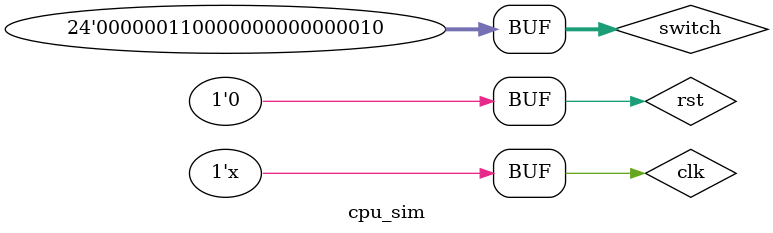
<source format=v>
`timescale 1ns / 1ps


module cpu_sim(

    );
    reg clk;
    reg rst;
    reg [23:0]switch;
    wire [23:0]led;
    
    
    wire[31:0]Add_Result;
    wire[31:0]Sign_extend;
    wire [31:0]PC;
    wire[31:0]Next_PC;
    wire Zero;
    wire [31:0]write_data;
    wire[31:0]ALU_Result;
    wire[31:0]Read_data_2;
    wire IOWrite;
    wire [31:0]Instruction;
    
    
    
    wire [7:0] DIG;
    wire  [7:0] Y;
    cpu ucpu(clk,rst,switch,led,DIG,Y,Add_Result,Sign_extend,PC,Next_PC,Zero,write_data,ALU_Result,Read_data_2,IOWrite,Instruction);
    
    always #5 clk=~clk;
    initial begin
    switch[15:0]={8'b0000_0000,8'b0000_0010};
    switch[23:16]=1;
    clk=1'b0;
    rst=1'b1;
    
    #2 rst=1'b0;
    
    #300
    switch[23:16]=2;
    #300 
    
    switch[23:16]=3;
    
    
    end
    
    
    
endmodule

</source>
